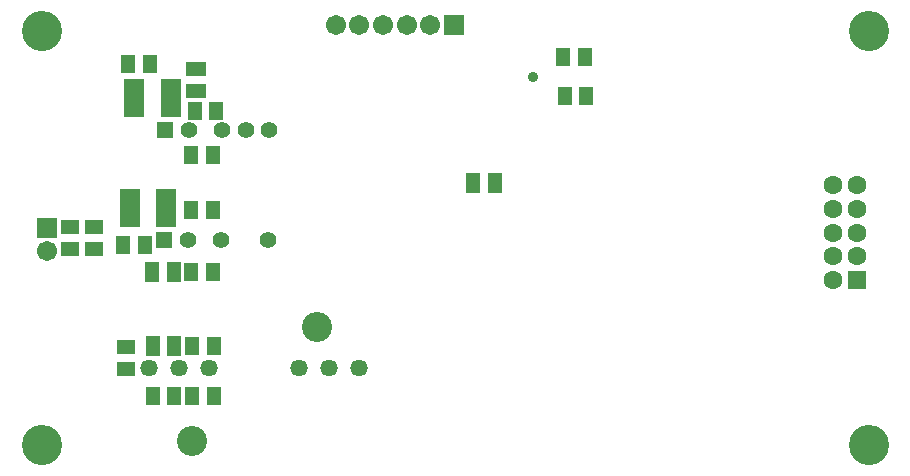
<source format=gbs>
G04*
G04 #@! TF.GenerationSoftware,Altium Limited,Altium Designer,23.11.1 (41)*
G04*
G04 Layer_Color=16711935*
%FSLAX43Y43*%
%MOMM*%
G71*
G04*
G04 #@! TF.SameCoordinates,A9BB8E2F-42CC-474E-B4F6-770058E49C0A*
G04*
G04*
G04 #@! TF.FilePolarity,Negative*
G04*
G01*
G75*
%ADD16R,1.603X1.253*%
%ADD17R,1.253X1.603*%
%ADD18R,1.703X1.253*%
%ADD27R,1.253X1.703*%
%ADD28C,1.403*%
%ADD29R,1.403X1.403*%
%ADD30R,1.703X1.703*%
%ADD31C,1.703*%
%ADD32C,1.603*%
%ADD33R,1.603X1.603*%
%ADD34C,1.463*%
%ADD35C,2.553*%
%ADD36R,1.703X1.703*%
%ADD37C,3.403*%
%ADD38C,0.903*%
%ADD68R,1.803X3.203*%
D16*
X9610Y8905D02*
D03*
Y10755D02*
D03*
X6900Y20895D02*
D03*
Y19045D02*
D03*
X4900Y20905D02*
D03*
Y19055D02*
D03*
D17*
X15142Y17100D02*
D03*
X16992D02*
D03*
X11630Y34700D02*
D03*
X9780D02*
D03*
X46763Y31993D02*
D03*
X48613D02*
D03*
X46666Y35300D02*
D03*
X48516D02*
D03*
X13725Y6600D02*
D03*
X11875D02*
D03*
X17105D02*
D03*
X15255D02*
D03*
X15142Y22400D02*
D03*
X16992D02*
D03*
X15438Y30743D02*
D03*
X17288D02*
D03*
X17105Y10875D02*
D03*
X15255D02*
D03*
X17025Y27035D02*
D03*
X15175D02*
D03*
X9375Y19428D02*
D03*
X11225D02*
D03*
D18*
X15525Y32408D02*
D03*
Y34258D02*
D03*
D27*
X40838Y24627D02*
D03*
X38988D02*
D03*
X13725Y10875D02*
D03*
X11875D02*
D03*
X13675Y17100D02*
D03*
X11825D02*
D03*
D28*
X19750Y29109D02*
D03*
X21750D02*
D03*
X17750D02*
D03*
X14950D02*
D03*
X14850Y19800D02*
D03*
X17650D02*
D03*
X21650D02*
D03*
D29*
X12950Y29109D02*
D03*
X12850Y19800D02*
D03*
D30*
X37383Y38000D02*
D03*
D31*
X35383D02*
D03*
X33383D02*
D03*
X31383D02*
D03*
X29383D02*
D03*
X27383D02*
D03*
X2951Y18864D02*
D03*
D32*
X69500Y24443D02*
D03*
Y22443D02*
D03*
X71500Y24443D02*
D03*
Y22443D02*
D03*
Y20443D02*
D03*
Y18443D02*
D03*
X69500Y20443D02*
D03*
Y18443D02*
D03*
Y16443D02*
D03*
D33*
X71500D02*
D03*
D34*
X11610Y9000D02*
D03*
X14150D02*
D03*
X16690D02*
D03*
X24310D02*
D03*
X26850D02*
D03*
X29390D02*
D03*
D35*
X25800Y12425D02*
D03*
X15200Y2825D02*
D03*
D36*
X2951Y20864D02*
D03*
D37*
X72500Y2500D02*
D03*
Y37500D02*
D03*
X2500D02*
D03*
Y2500D02*
D03*
D38*
X44100Y33660D02*
D03*
D68*
X13400Y31800D02*
D03*
X10350D02*
D03*
X10000Y22500D02*
D03*
X13050D02*
D03*
M02*

</source>
